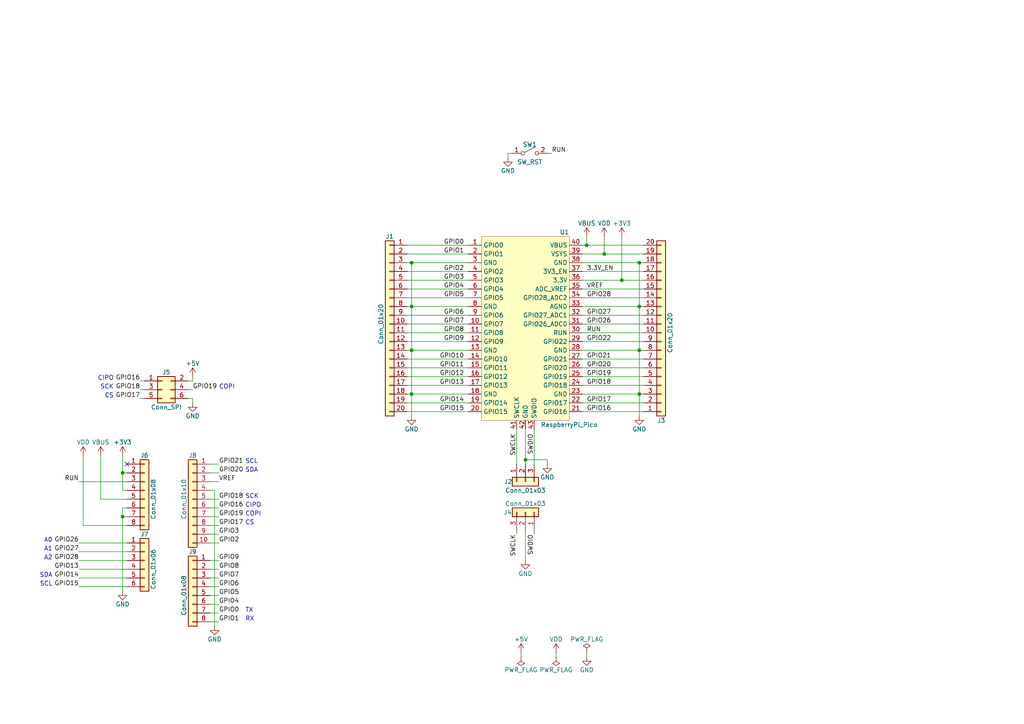
<source format=kicad_sch>
(kicad_sch (version 20230121) (generator eeschema)
  (paper "A4")
  (lib_symbols
    (symbol "Connector_Generic:Conn_01x03" (pin_names (offset 1.016) hide)
      (property "Reference" "J" (at 0 5.08 0))
      (property "Value" "Conn_01x03" (at 0 -5.08 0))
      (symbol "Conn_01x03_1_1"
        (rectangle (start -1.27 -2.413) (end 0 -2.667) (stroke (width 0.1524)))
        (rectangle (start -1.27 0.127) (end 0 -0.127) (stroke (width 0.1524)))
        (rectangle (start -1.27 2.667) (end 0 2.413) (stroke (width 0.1524)))
        (rectangle (start -1.27 3.81) (end 1.27 -3.81) (stroke (width 0.254)) (fill (type background)))
        (pin passive line (at -5.08 2.54 0) (length 3.81) (name "Pin_1") (number "1"))
        (pin passive line (at -5.08 0 0) (length 3.81) (name "Pin_2") (number "2"))
        (pin passive line (at -5.08 -2.54 0) (length 3.81) (name "Pin_3") (number "3"))
      )
    )
    (symbol "Connector_Generic:Conn_01x06" (pin_names (offset 1.016) hide)
      (property "Reference" "J" (at 0 7.62 0))
      (property "Value" "Conn_01x06" (at 0 -10.16 0))
      (symbol "Conn_01x06_1_1"
        (rectangle (start -1.27 -7.493) (end 0 -7.747) (stroke (width 0.1524)))
        (rectangle (start -1.27 -4.953) (end 0 -5.207) (stroke (width 0.1524)))
        (rectangle (start -1.27 -2.413) (end 0 -2.667) (stroke (width 0.1524)))
        (rectangle (start -1.27 0.127) (end 0 -0.127) (stroke (width 0.1524)))
        (rectangle (start -1.27 2.667) (end 0 2.413) (stroke (width 0.1524)))
        (rectangle (start -1.27 5.207) (end 0 4.953) (stroke (width 0.1524)))
        (rectangle (start -1.27 6.35) (end 1.27 -8.89) (stroke (width 0.254)) (fill (type background)))
        (pin passive line (at -5.08 5.08 0) (length 3.81) (name "Pin_1") (number "1"))
        (pin passive line (at -5.08 2.54 0) (length 3.81) (name "Pin_2") (number "2"))
        (pin passive line (at -5.08 0 0) (length 3.81) (name "Pin_3") (number "3"))
        (pin passive line (at -5.08 -2.54 0) (length 3.81) (name "Pin_4") (number "4"))
        (pin passive line (at -5.08 -5.08 0) (length 3.81) (name "Pin_5") (number "5"))
        (pin passive line (at -5.08 -7.62 0) (length 3.81) (name "Pin_6") (number "6"))
      )
    )
    (symbol "Connector_Generic:Conn_01x08" (pin_names (offset 1.016) hide)
      (property "Reference" "J" (at 0 10.16 0))
      (property "Value" "Conn_01x08" (at 0 -12.7 0))
      (symbol "Conn_01x08_1_1"
        (rectangle (start -1.27 -10.033) (end 0 -10.287) (stroke (width 0.1524)))
        (rectangle (start -1.27 -7.493) (end 0 -7.747) (stroke (width 0.1524)))
        (rectangle (start -1.27 -4.953) (end 0 -5.207) (stroke (width 0.1524)))
        (rectangle (start -1.27 -2.413) (end 0 -2.667) (stroke (width 0.1524)))
        (rectangle (start -1.27 0.127) (end 0 -0.127) (stroke (width 0.1524)))
        (rectangle (start -1.27 2.667) (end 0 2.413) (stroke (width 0.1524)))
        (rectangle (start -1.27 5.207) (end 0 4.953) (stroke (width 0.1524)))
        (rectangle (start -1.27 7.747) (end 0 7.493) (stroke (width 0.1524)))
        (rectangle (start -1.27 8.89) (end 1.27 -11.43) (stroke (width 0.254)) (fill (type background)))
        (pin passive line (at -5.08 7.62 0) (length 3.81) (name "Pin_1") (number "1"))
        (pin passive line (at -5.08 5.08 0) (length 3.81) (name "Pin_2") (number "2"))
        (pin passive line (at -5.08 2.54 0) (length 3.81) (name "Pin_3") (number "3"))
        (pin passive line (at -5.08 0 0) (length 3.81) (name "Pin_4") (number "4"))
        (pin passive line (at -5.08 -2.54 0) (length 3.81) (name "Pin_5") (number "5"))
        (pin passive line (at -5.08 -5.08 0) (length 3.81) (name "Pin_6") (number "6"))
        (pin passive line (at -5.08 -7.62 0) (length 3.81) (name "Pin_7") (number "7"))
        (pin passive line (at -5.08 -10.16 0) (length 3.81) (name "Pin_8") (number "8"))
      )
    )
    (symbol "Connector_Generic:Conn_01x10" (pin_names (offset 1.016) hide)
      (property "Reference" "J" (at 0 12.7 0))
      (property "Value" "Conn_01x10" (at 0 -15.24 0))
      (symbol "Conn_01x10_1_1"
        (rectangle (start -1.27 -12.573) (end 0 -12.827) (stroke (width 0.1524)))
        (rectangle (start -1.27 -10.033) (end 0 -10.287) (stroke (width 0.1524)))
        (rectangle (start -1.27 -7.493) (end 0 -7.747) (stroke (width 0.1524)))
        (rectangle (start -1.27 -4.953) (end 0 -5.207) (stroke (width 0.1524)))
        (rectangle (start -1.27 -2.413) (end 0 -2.667) (stroke (width 0.1524)))
        (rectangle (start -1.27 0.127) (end 0 -0.127) (stroke (width 0.1524)))
        (rectangle (start -1.27 2.667) (end 0 2.413) (stroke (width 0.1524)))
        (rectangle (start -1.27 5.207) (end 0 4.953) (stroke (width 0.1524)))
        (rectangle (start -1.27 7.747) (end 0 7.493) (stroke (width 0.1524)))
        (rectangle (start -1.27 10.287) (end 0 10.033) (stroke (width 0.1524)))
        (rectangle (start -1.27 11.43) (end 1.27 -13.97) (stroke (width 0.254)) (fill (type background)))
        (pin passive line (at -5.08 10.16 0) (length 3.81) (name "Pin_1") (number "1"))
        (pin passive line (at -5.08 -12.7 0) (length 3.81) (name "Pin_10") (number "10"))
        (pin passive line (at -5.08 7.62 0) (length 3.81) (name "Pin_2") (number "2"))
        (pin passive line (at -5.08 5.08 0) (length 3.81) (name "Pin_3") (number "3"))
        (pin passive line (at -5.08 2.54 0) (length 3.81) (name "Pin_4") (number "4"))
        (pin passive line (at -5.08 0 0) (length 3.81) (name "Pin_5") (number "5"))
        (pin passive line (at -5.08 -2.54 0) (length 3.81) (name "Pin_6") (number "6"))
        (pin passive line (at -5.08 -5.08 0) (length 3.81) (name "Pin_7") (number "7"))
        (pin passive line (at -5.08 -7.62 0) (length 3.81) (name "Pin_8") (number "8"))
        (pin passive line (at -5.08 -10.16 0) (length 3.81) (name "Pin_9") (number "9"))
      )
    )
    (symbol "Connector_Generic:Conn_01x20" (pin_names (offset 1.016) hide)
      (property "Reference" "J" (at 0 25.4 0))
      (property "Value" "Conn_01x20" (at 0 -27.94 0))
      (symbol "Conn_01x20_1_1"
        (rectangle (start -1.27 -25.273) (end 0 -25.527) (stroke (width 0.1524)))
        (rectangle (start -1.27 -22.733) (end 0 -22.987) (stroke (width 0.1524)))
        (rectangle (start -1.27 -20.193) (end 0 -20.447) (stroke (width 0.1524)))
        (rectangle (start -1.27 -17.653) (end 0 -17.907) (stroke (width 0.1524)))
        (rectangle (start -1.27 -15.113) (end 0 -15.367) (stroke (width 0.1524)))
        (rectangle (start -1.27 -12.573) (end 0 -12.827) (stroke (width 0.1524)))
        (rectangle (start -1.27 -10.033) (end 0 -10.287) (stroke (width 0.1524)))
        (rectangle (start -1.27 -7.493) (end 0 -7.747) (stroke (width 0.1524)))
        (rectangle (start -1.27 -4.953) (end 0 -5.207) (stroke (width 0.1524)))
        (rectangle (start -1.27 -2.413) (end 0 -2.667) (stroke (width 0.1524)))
        (rectangle (start -1.27 0.127) (end 0 -0.127) (stroke (width 0.1524)))
        (rectangle (start -1.27 2.667) (end 0 2.413) (stroke (width 0.1524)))
        (rectangle (start -1.27 5.207) (end 0 4.953) (stroke (width 0.1524)))
        (rectangle (start -1.27 7.747) (end 0 7.493) (stroke (width 0.1524)))
        (rectangle (start -1.27 10.287) (end 0 10.033) (stroke (width 0.1524)))
        (rectangle (start -1.27 12.827) (end 0 12.573) (stroke (width 0.1524)))
        (rectangle (start -1.27 15.367) (end 0 15.113) (stroke (width 0.1524)))
        (rectangle (start -1.27 17.907) (end 0 17.653) (stroke (width 0.1524)))
        (rectangle (start -1.27 20.447) (end 0 20.193) (stroke (width 0.1524)))
        (rectangle (start -1.27 22.987) (end 0 22.733) (stroke (width 0.1524)))
        (rectangle (start -1.27 24.13) (end 1.27 -26.67) (stroke (width 0.254)) (fill (type background)))
        (pin passive line (at -5.08 22.86 0) (length 3.81) (name "Pin_1") (number "1"))
        (pin passive line (at -5.08 0 0) (length 3.81) (name "Pin_10") (number "10"))
        (pin passive line (at -5.08 -2.54 0) (length 3.81) (name "Pin_11") (number "11"))
        (pin passive line (at -5.08 -5.08 0) (length 3.81) (name "Pin_12") (number "12"))
        (pin passive line (at -5.08 -7.62 0) (length 3.81) (name "Pin_13") (number "13"))
        (pin passive line (at -5.08 -10.16 0) (length 3.81) (name "Pin_14") (number "14"))
        (pin passive line (at -5.08 -12.7 0) (length 3.81) (name "Pin_15") (number "15"))
        (pin passive line (at -5.08 -15.24 0) (length 3.81) (name "Pin_16") (number "16"))
        (pin passive line (at -5.08 -17.78 0) (length 3.81) (name "Pin_17") (number "17"))
        (pin passive line (at -5.08 -20.32 0) (length 3.81) (name "Pin_18") (number "18"))
        (pin passive line (at -5.08 -22.86 0) (length 3.81) (name "Pin_19") (number "19"))
        (pin passive line (at -5.08 20.32 0) (length 3.81) (name "Pin_2") (number "2"))
        (pin passive line (at -5.08 -25.4 0) (length 3.81) (name "Pin_20") (number "20"))
        (pin passive line (at -5.08 17.78 0) (length 3.81) (name "Pin_3") (number "3"))
        (pin passive line (at -5.08 15.24 0) (length 3.81) (name "Pin_4") (number "4"))
        (pin passive line (at -5.08 12.7 0) (length 3.81) (name "Pin_5") (number "5"))
        (pin passive line (at -5.08 10.16 0) (length 3.81) (name "Pin_6") (number "6"))
        (pin passive line (at -5.08 7.62 0) (length 3.81) (name "Pin_7") (number "7"))
        (pin passive line (at -5.08 5.08 0) (length 3.81) (name "Pin_8") (number "8"))
        (pin passive line (at -5.08 2.54 0) (length 3.81) (name "Pin_9") (number "9"))
      )
    )
    (symbol "Connector_Generic:Conn_02x03_Odd_Even" (pin_names (offset 1.016) hide)
      (property "Reference" "J" (at 1.27 5.08 0))
      (property "Value" "Conn_02x03_Odd_Even" (at 1.27 -5.08 0))
      (symbol "Conn_02x03_Odd_Even_1_1"
        (rectangle (start -1.27 -2.413) (end 0 -2.667) (stroke (width 0.1524)))
        (rectangle (start -1.27 0.127) (end 0 -0.127) (stroke (width 0.1524)))
        (rectangle (start -1.27 2.667) (end 0 2.413) (stroke (width 0.1524)))
        (rectangle (start -1.27 3.81) (end 3.81 -3.81) (stroke (width 0.254)) (fill (type background)))
        (rectangle (start 3.81 -2.413) (end 2.54 -2.667) (stroke (width 0.1524)))
        (rectangle (start 3.81 0.127) (end 2.54 -0.127) (stroke (width 0.1524)))
        (rectangle (start 3.81 2.667) (end 2.54 2.413) (stroke (width 0.1524)))
        (pin passive line (at -5.08 2.54 0) (length 3.81) (name "Pin_1") (number "1"))
        (pin passive line (at 7.62 2.54 180) (length 3.81) (name "Pin_2") (number "2"))
        (pin passive line (at -5.08 0 0) (length 3.81) (name "Pin_3") (number "3"))
        (pin passive line (at 7.62 0 180) (length 3.81) (name "Pin_4") (number "4"))
        (pin passive line (at -5.08 -2.54 0) (length 3.81) (name "Pin_5") (number "5"))
        (pin passive line (at 7.62 -2.54 180) (length 3.81) (name "Pin_6") (number "6"))
      )
    )
    (symbol "MCU_Module_Extra:RaspberryPi_Pico"
      (property "Reference" "U" (at 11.43 26.67 0))
      (property "Value" "RaspberryPi_Pico" (at 11.43 -29.21 0))
      (symbol "RaspberryPi_Pico_0_0"
        (pin input line (at -2.54 -30.48 90) (length 2.54) (name "SWCLK") (number "41"))
        (pin power_in line (at 0 -30.48 90) (length 2.54) (name "GND") (number "42"))
        (pin bidirectional line (at 2.54 -30.48 90) (length 2.54) (name "SWDIO") (number "43"))
      )
      (symbol "RaspberryPi_Pico_0_1"
        (rectangle (start -12.7 25.4) (end 12.7 -27.94) (stroke (width 0.0005)) (fill (type background)))
      )
      (symbol "RaspberryPi_Pico_1_1"
        (pin bidirectional line (at -16.51 22.86 0) (length 3.81) (name "GPIO0") (number "1"))
        (pin bidirectional line (at -16.51 0 0) (length 3.81) (name "GPIO7") (number "10"))
        (pin bidirectional line (at -16.51 -2.54 0) (length 3.81) (name "GPIO8") (number "11"))
        (pin bidirectional line (at -16.51 -5.08 0) (length 3.81) (name "GPIO9") (number "12"))
        (pin power_in line (at -16.51 -7.62 0) (length 3.81) (name "GND") (number "13"))
        (pin bidirectional line (at -16.51 -10.16 0) (length 3.81) (name "GPIO10") (number "14"))
        (pin bidirectional line (at -16.51 -12.7 0) (length 3.81) (name "GPIO11") (number "15"))
        (pin bidirectional line (at -16.51 -15.24 0) (length 3.81) (name "GPIO12") (number "16"))
        (pin bidirectional line (at -16.51 -17.78 0) (length 3.81) (name "GPIO13") (number "17"))
        (pin power_in line (at -16.51 -20.32 0) (length 3.81) (name "GND") (number "18"))
        (pin bidirectional line (at -16.51 -22.86 0) (length 3.81) (name "GPIO14") (number "19"))
        (pin bidirectional line (at -16.51 20.32 0) (length 3.81) (name "GPIO1") (number "2"))
        (pin bidirectional line (at -16.51 -25.4 0) (length 3.81) (name "GPIO15") (number "20"))
        (pin bidirectional line (at 16.51 -25.4 180) (length 3.81) (name "GPIO16") (number "21"))
        (pin bidirectional line (at 16.51 -22.86 180) (length 3.81) (name "GPIO17") (number "22"))
        (pin power_in line (at 16.51 -20.32 180) (length 3.81) (name "GND") (number "23"))
        (pin bidirectional line (at 16.51 -17.78 180) (length 3.81) (name "GPIO18") (number "24"))
        (pin bidirectional line (at 16.51 -15.24 180) (length 3.81) (name "GPIO19") (number "25"))
        (pin bidirectional line (at 16.51 -12.7 180) (length 3.81) (name "GPIO20") (number "26"))
        (pin bidirectional line (at 16.51 -10.16 180) (length 3.81) (name "GPIO21") (number "27"))
        (pin power_in line (at 16.51 -7.62 180) (length 3.81) (name "GND") (number "28"))
        (pin bidirectional line (at 16.51 -5.08 180) (length 3.81) (name "GPIO22") (number "29"))
        (pin power_in line (at -16.51 17.78 0) (length 3.81) (name "GND") (number "3"))
        (pin input line (at 16.51 -2.54 180) (length 3.81) (name "RUN") (number "30"))
        (pin bidirectional line (at 16.51 0 180) (length 3.81) (name "GPIO26_ADC0") (number "31"))
        (pin bidirectional line (at 16.51 2.54 180) (length 3.81) (name "GPIO27_ADC1") (number "32"))
        (pin power_in line (at 16.51 5.08 180) (length 3.81) (name "AGND") (number "33"))
        (pin bidirectional line (at 16.51 7.62 180) (length 3.81) (name "GPIO28_ADC2") (number "34"))
        (pin bidirectional line (at 16.51 10.16 180) (length 3.81) (name "ADC_VREF") (number "35"))
        (pin power_out line (at 16.51 12.7 180) (length 3.81) (name "3.3V") (number "36"))
        (pin input line (at 16.51 15.24 180) (length 3.81) (name "3V3_EN") (number "37"))
        (pin power_in line (at 16.51 17.78 180) (length 3.81) (name "GND") (number "38"))
        (pin power_in line (at 16.51 20.32 180) (length 3.81) (name "VSYS") (number "39"))
        (pin bidirectional line (at -16.51 15.24 0) (length 3.81) (name "GPIO2") (number "4"))
        (pin power_out line (at 16.51 22.86 180) (length 3.81) (name "VBUS") (number "40"))
        (pin bidirectional line (at -16.51 12.7 0) (length 3.81) (name "GPIO3") (number "5"))
        (pin bidirectional line (at -16.51 10.16 0) (length 3.81) (name "GPIO4") (number "6"))
        (pin bidirectional line (at -16.51 7.62 0) (length 3.81) (name "GPIO5") (number "7"))
        (pin power_in line (at -16.51 5.08 0) (length 3.81) (name "GND") (number "8"))
        (pin bidirectional line (at -16.51 2.54 0) (length 3.81) (name "GPIO6") (number "9"))
      )
    )
    (symbol "Switch:SW_SPST" (pin_names (offset 0) hide)
      (property "Reference" "SW" (at 0 3.175 0))
      (property "Value" "SW_SPST" (at 0 -2.54 0))
      (symbol "SW_SPST_0_0"
        (circle (center -2.032 0) (radius 0.508))
        (polyline (pts (xy -1.524 0.254) (xy 1.524 1.778)))
        (circle (center 2.032 0) (radius 0.508))
      )
      (symbol "SW_SPST_1_1"
        (pin passive line (at -5.08 0 0) (length 2.54) (name "A") (number "1"))
        (pin passive line (at 5.08 0 180) (length 2.54) (name "B") (number "2"))
      )
    )
    (symbol "power:+3.3V" (power) (pin_names (offset 0))
      (property "Value" "+3.3V" (at 0 3.556 0))
      (symbol "+3.3V_0_1"
        (polyline (pts (xy -0.762 1.27) (xy 0 2.54)))
        (polyline (pts (xy 0 0) (xy 0 2.54)))
        (polyline (pts (xy 0 2.54) (xy 0.762 1.27)))
      )
      (symbol "+3.3V_1_1"
        (pin power_in line (at 0 0 90) (length 0) hide (name "+3V3") (number "1"))
      )
    )
    (symbol "power:+5V" (power) (pin_names (offset 0))
      (property "Value" "+5V" (at 0 3.556 0))
      (symbol "+5V_0_1"
        (polyline (pts (xy -0.762 1.27) (xy 0 2.54)))
        (polyline (pts (xy 0 0) (xy 0 2.54)))
        (polyline (pts (xy 0 2.54) (xy 0.762 1.27)))
      )
      (symbol "+5V_1_1"
        (pin power_in line (at 0 0 90) (length 0) hide (name "+5V") (number "1"))
      )
    )
    (symbol "power:GND" (power) (pin_names (offset 0))
      (property "Value" "GND" (at 0 -3.81 0))
      (symbol "GND_0_1"
        (polyline (pts (xy 0 0) (xy 0 -1.27) (xy 1.27 -1.27) (xy 0 -2.54) (xy -1.27 -1.27) (xy 0 -1.27)))
      )
      (symbol "GND_1_1"
        (pin power_in line (at 0 0 270) (length 0) hide (name "GND") (number "1"))
      )
    )
    (symbol "power:PWR_FLAG" (power) (pin_numbers hide) (pin_names (offset 0) hide)
      (property "Value" "PWR_FLAG" (at 0 3.81 0))
      (symbol "PWR_FLAG_0_0"
        (pin power_out line (at 0 0 90) (length 0) (name "pwr") (number "1"))
      )
      (symbol "PWR_FLAG_0_1"
        (polyline (pts (xy 0 0) (xy 0 1.27) (xy -1.016 1.905) (xy 0 2.54) (xy 1.016 1.905) (xy 0 1.27)))
      )
    )
    (symbol "power:VBUS" (power) (pin_names (offset 0))
      (property "Value" "VBUS" (at 0 3.81 0))
      (symbol "VBUS_0_1"
        (polyline (pts (xy -0.762 1.27) (xy 0 2.54)))
        (polyline (pts (xy 0 0) (xy 0 2.54)))
        (polyline (pts (xy 0 2.54) (xy 0.762 1.27)))
      )
      (symbol "VBUS_1_1"
        (pin power_in line (at 0 0 90) (length 0) hide (name "VBUS") (number "1"))
      )
    )
    (symbol "power:VDD" (power) (pin_names (offset 0))
      (property "Value" "VDD" (at 0 3.81 0))
      (symbol "VDD_0_1"
        (polyline (pts (xy -0.762 1.27) (xy 0 2.54)))
        (polyline (pts (xy 0 0) (xy 0 2.54)))
        (polyline (pts (xy 0 2.54) (xy 0.762 1.27)))
      )
      (symbol "VDD_1_1"
        (pin power_in line (at 0 0 90) (length 0) hide (name "VDD") (number "1"))
      )
    )
  )
  (junction (at 35.56 149.86))
  (junction (at 185.42 76.2))
  (junction (at 152.4 133.35))
  (junction (at 175.26 73.66))
  (junction (at 35.56 137.16))
  (junction (at 119.38 101.6))
  (junction (at 119.38 88.9))
  (junction (at 119.38 76.2))
  (junction (at 185.42 101.6))
  (junction (at 185.42 88.9))
  (junction (at 170.18 71.12))
  (junction (at 180.34 81.28))
  (junction (at 185.42 114.3))
  (junction (at 119.38 114.3))
  (no_connect (at 36.83 134.62))
  (wire (pts (xy 40.64 115.57) (xy 41.91 115.57)))
  (wire (pts (xy 161.29 189.23) (xy 161.29 190.5)))
  (wire (pts (xy 119.38 88.9) (xy 135.89 88.9)))
  (wire (pts (xy 118.11 88.9) (xy 119.38 88.9)))
  (wire (pts (xy 40.64 113.03) (xy 41.91 113.03)))
  (wire (pts (xy 147.32 44.45) (xy 147.32 45.72)))
  (wire (pts (xy 118.11 76.2) (xy 119.38 76.2)))
  (wire (pts (xy 22.86 167.64) (xy 36.83 167.64)))
  (wire (pts (xy 119.38 101.6) (xy 135.89 101.6)))
  (wire (pts (xy 22.86 139.7) (xy 36.83 139.7)))
  (wire (pts (xy 60.96 154.94) (xy 63.5 154.94)))
  (wire (pts (xy 168.91 114.3) (xy 185.42 114.3)))
  (wire (pts (xy 55.88 115.57) (xy 55.88 116.84)))
  (wire (pts (xy 118.11 71.12) (xy 135.89 71.12)))
  (wire (pts (xy 29.21 132.08) (xy 29.21 144.78)))
  (wire (pts (xy 60.96 147.32) (xy 63.5 147.32)))
  (wire (pts (xy 185.42 101.6) (xy 186.69 101.6)))
  (wire (pts (xy 118.11 78.74) (xy 135.89 78.74)))
  (wire (pts (xy 118.11 104.14) (xy 135.89 104.14)))
  (wire (pts (xy 180.34 68.58) (xy 180.34 81.28)))
  (wire (pts (xy 22.86 157.48) (xy 36.83 157.48)))
  (wire (pts (xy 60.96 175.26) (xy 63.5 175.26)))
  (wire (pts (xy 22.86 160.02) (xy 36.83 160.02)))
  (wire (pts (xy 60.96 167.64) (xy 63.5 167.64)))
  (wire (pts (xy 118.11 91.44) (xy 135.89 91.44)))
  (wire (pts (xy 168.91 83.82) (xy 186.69 83.82)))
  (wire (pts (xy 60.96 152.4) (xy 63.5 152.4)))
  (wire (pts (xy 40.64 110.49) (xy 41.91 110.49)))
  (wire (pts (xy 168.91 109.22) (xy 186.69 109.22)))
  (wire (pts (xy 168.91 104.14) (xy 186.69 104.14)))
  (wire (pts (xy 148.59 44.45) (xy 147.32 44.45)))
  (wire (pts (xy 24.13 152.4) (xy 36.83 152.4)))
  (wire (pts (xy 60.96 172.72) (xy 63.5 172.72)))
  (wire (pts (xy 29.21 144.78) (xy 36.83 144.78)))
  (wire (pts (xy 54.61 110.49) (xy 55.88 110.49)))
  (wire (pts (xy 118.11 81.28) (xy 135.89 81.28)))
  (wire (pts (xy 168.91 71.12) (xy 170.18 71.12)))
  (wire (pts (xy 60.96 149.86) (xy 63.5 149.86)))
  (wire (pts (xy 55.88 109.22) (xy 55.88 110.49)))
  (wire (pts (xy 118.11 93.98) (xy 135.89 93.98)))
  (wire (pts (xy 118.11 114.3) (xy 119.38 114.3)))
  (wire (pts (xy 149.86 153.67) (xy 149.86 154.94)))
  (wire (pts (xy 168.91 78.74) (xy 186.69 78.74)))
  (wire (pts (xy 168.91 81.28) (xy 180.34 81.28)))
  (wire (pts (xy 158.75 134.62) (xy 158.75 133.35)))
  (wire (pts (xy 154.94 124.46) (xy 154.94 134.62)))
  (wire (pts (xy 54.61 115.57) (xy 55.88 115.57)))
  (wire (pts (xy 35.56 149.86) (xy 35.56 171.45)))
  (wire (pts (xy 62.23 142.24) (xy 62.23 181.61)))
  (wire (pts (xy 36.83 149.86) (xy 35.56 149.86)))
  (wire (pts (xy 60.96 165.1) (xy 63.5 165.1)))
  (wire (pts (xy 35.56 147.32) (xy 36.83 147.32)))
  (wire (pts (xy 60.96 157.48) (xy 63.5 157.48)))
  (wire (pts (xy 149.86 124.46) (xy 149.86 134.62)))
  (wire (pts (xy 185.42 88.9) (xy 186.69 88.9)))
  (wire (pts (xy 151.13 189.23) (xy 151.13 190.5)))
  (wire (pts (xy 152.4 133.35) (xy 158.75 133.35)))
  (wire (pts (xy 36.83 137.16) (xy 35.56 137.16)))
  (wire (pts (xy 60.96 137.16) (xy 63.5 137.16)))
  (wire (pts (xy 185.42 88.9) (xy 185.42 101.6)))
  (wire (pts (xy 168.91 116.84) (xy 186.69 116.84)))
  (wire (pts (xy 170.18 71.12) (xy 186.69 71.12)))
  (wire (pts (xy 168.91 88.9) (xy 185.42 88.9)))
  (wire (pts (xy 60.96 162.56) (xy 63.5 162.56)))
  (wire (pts (xy 152.4 153.67) (xy 152.4 162.56)))
  (wire (pts (xy 168.91 96.52) (xy 186.69 96.52)))
  (wire (pts (xy 168.91 73.66) (xy 175.26 73.66)))
  (wire (pts (xy 168.91 101.6) (xy 185.42 101.6)))
  (wire (pts (xy 168.91 91.44) (xy 186.69 91.44)))
  (wire (pts (xy 118.11 96.52) (xy 135.89 96.52)))
  (wire (pts (xy 60.96 139.7) (xy 63.5 139.7)))
  (wire (pts (xy 118.11 86.36) (xy 135.89 86.36)))
  (wire (pts (xy 119.38 114.3) (xy 135.89 114.3)))
  (wire (pts (xy 118.11 116.84) (xy 135.89 116.84)))
  (wire (pts (xy 35.56 149.86) (xy 35.56 147.32)))
  (wire (pts (xy 185.42 76.2) (xy 186.69 76.2)))
  (wire (pts (xy 36.83 142.24) (xy 35.56 142.24)))
  (wire (pts (xy 119.38 88.9) (xy 119.38 101.6)))
  (wire (pts (xy 168.91 93.98) (xy 186.69 93.98)))
  (wire (pts (xy 168.91 106.68) (xy 186.69 106.68)))
  (wire (pts (xy 168.91 111.76) (xy 186.69 111.76)))
  (wire (pts (xy 185.42 114.3) (xy 186.69 114.3)))
  (wire (pts (xy 60.96 142.24) (xy 62.23 142.24)))
  (wire (pts (xy 152.4 133.35) (xy 152.4 134.62)))
  (wire (pts (xy 22.86 162.56) (xy 36.83 162.56)))
  (wire (pts (xy 118.11 109.22) (xy 135.89 109.22)))
  (wire (pts (xy 22.86 165.1) (xy 36.83 165.1)))
  (wire (pts (xy 60.96 177.8) (xy 63.5 177.8)))
  (wire (pts (xy 168.91 119.38) (xy 186.69 119.38)))
  (wire (pts (xy 119.38 114.3) (xy 119.38 120.65)))
  (wire (pts (xy 118.11 119.38) (xy 135.89 119.38)))
  (wire (pts (xy 60.96 180.34) (xy 63.5 180.34)))
  (wire (pts (xy 168.91 86.36) (xy 186.69 86.36)))
  (wire (pts (xy 175.26 68.58) (xy 175.26 73.66)))
  (wire (pts (xy 175.26 73.66) (xy 186.69 73.66)))
  (wire (pts (xy 119.38 76.2) (xy 135.89 76.2)))
  (wire (pts (xy 60.96 144.78) (xy 63.5 144.78)))
  (wire (pts (xy 118.11 73.66) (xy 135.89 73.66)))
  (wire (pts (xy 168.91 76.2) (xy 185.42 76.2)))
  (wire (pts (xy 152.4 124.46) (xy 152.4 133.35)))
  (wire (pts (xy 170.18 68.58) (xy 170.18 71.12)))
  (wire (pts (xy 24.13 152.4) (xy 24.13 132.08)))
  (wire (pts (xy 22.86 170.18) (xy 36.83 170.18)))
  (wire (pts (xy 35.56 132.08) (xy 35.56 137.16)))
  (wire (pts (xy 35.56 142.24) (xy 35.56 137.16)))
  (wire (pts (xy 170.18 189.23) (xy 170.18 190.5)))
  (wire (pts (xy 154.94 153.67) (xy 154.94 154.94)))
  (wire (pts (xy 118.11 83.82) (xy 135.89 83.82)))
  (wire (pts (xy 118.11 99.06) (xy 135.89 99.06)))
  (wire (pts (xy 185.42 101.6) (xy 185.42 114.3)))
  (wire (pts (xy 185.42 114.3) (xy 185.42 120.65)))
  (wire (pts (xy 54.61 113.03) (xy 55.88 113.03)))
  (wire (pts (xy 118.11 101.6) (xy 119.38 101.6)))
  (wire (pts (xy 119.38 101.6) (xy 119.38 114.3)))
  (wire (pts (xy 60.96 170.18) (xy 63.5 170.18)))
  (wire (pts (xy 118.11 111.76) (xy 135.89 111.76)))
  (wire (pts (xy 118.11 106.68) (xy 135.89 106.68)))
  (wire (pts (xy 119.38 76.2) (xy 119.38 88.9)))
  (wire (pts (xy 60.96 134.62) (xy 63.5 134.62)))
  (wire (pts (xy 158.75 44.45) (xy 160.02 44.45)))
  (wire (pts (xy 180.34 81.28) (xy 186.69 81.28)))
  (wire (pts (xy 185.42 76.2) (xy 185.42 88.9)))
  (wire (pts (xy 168.91 99.06) (xy 186.69 99.06)))
  (text "TX" (at 71.12 177.8 0) (effects (font (size 1.27 1.27)) (justify left bottom)))
  (text "COPI" (at 71.12 149.86 0) (effects (font (size 1.27 1.27)) (justify left bottom)))
  (text "RX" (at 71.12 180.34 0) (effects (font (size 1.27 1.27)) (justify left bottom)))
  (text "SDA" (at 15.24 167.64 0) (effects (font (size 1.27 1.27)) (justify right bottom)))
  (text "CS" (at 71.12 152.4 0) (effects (font (size 1.27 1.27)) (justify left bottom)))
  (text "SCK" (at 71.12 144.78 0) (effects (font (size 1.27 1.27)) (justify left bottom)))
  (text "CIPO" (at 71.12 147.32 0) (effects (font (size 1.27 1.27)) (justify left bottom)))
  (text "CIPO" (at 33.02 110.49 0) (effects (font (size 1.27 1.27)) (justify right bottom)))
  (text "COPI" (at 63.5 113.03 0) (effects (font (size 1.27 1.27)) (justify left bottom)))
  (text "SCL" (at 71.12 134.62 0) (effects (font (size 1.27 1.27)) (justify left bottom)))
  (text "A1" (at 15.24 160.02 0) (effects (font (size 1.27 1.27)) (justify right bottom)))
  (text "SCK" (at 33.02 113.03 0) (effects (font (size 1.27 1.27)) (justify right bottom)))
  (text "SDA" (at 71.12 137.16 0) (effects (font (size 1.27 1.27)) (justify left bottom)))
  (text "A0" (at 15.24 157.48 0) (effects (font (size 1.27 1.27)) (justify right bottom)))
  (text "A2" (at 15.24 162.56 0) (effects (font (size 1.27 1.27)) (justify right bottom)))
  (text "CS" (at 33.02 115.57 0) (effects (font (size 1.27 1.27)) (justify right bottom)))
  (text "SCL" (at 15.24 170.18 0) (effects (font (size 1.27 1.27)) (justify right bottom)))
  (label "GPIO1" (at 63.5 180.34 0))
  (label "RUN" (at 170.18 96.52 0))
  (label "SWCLK" (at 149.86 125.73 90))
  (label "GPIO15" (at 134.62 119.38 0))
  (label "GPIO26" (at 22.86 157.48 180))
  (label "GPIO18" (at 63.5 144.78 0))
  (label "GPIO27" (at 22.86 160.02 180))
  (label "SWDIO" (at 154.94 125.73 90))
  (label "GPIO3" (at 134.62 81.28 0))
  (label "GPIO20" (at 63.5 137.16 0))
  (label "GPIO18" (at 40.64 113.03 180))
  (label "GPIO11" (at 134.62 106.68 0))
  (label "SWDIO" (at 154.94 154.94 90))
  (label "GPIO15" (at 22.86 170.18 0))
  (label "GPIO16" (at 170.18 119.38 0))
  (label "GPIO14" (at 22.86 167.64 0))
  (label "GPIO17" (at 40.64 115.57 180))
  (label "GPIO10" (at 134.62 104.14 0))
  (label "GPIO5" (at 63.5 172.72 0))
  (label "GPIO4" (at 63.5 175.26 0))
  (label "RUN" (at 160.02 44.45 0))
  (label "GPIO8" (at 134.62 96.52 0))
  (label "GPIO8" (at 63.5 165.1 0))
  (label "GPIO2" (at 63.5 157.48 0))
  (label "GPIO3" (at 63.5 154.94 0))
  (label "GPIO14" (at 134.62 116.84 0))
  (label "GPIO4" (at 134.62 83.82 0))
  (label "GPIO21" (at 63.5 134.62 0))
  (label "GPIO19" (at 55.88 113.03 0))
  (label "GPIO6" (at 63.5 170.18 0))
  (label "RUN" (at 22.86 139.7 180))
  (label "GPIO0" (at 63.5 177.8 0))
  (label "GPIO12" (at 134.62 109.22 0))
  (label "SWCLK" (at 149.86 154.94 90))
  (label "GPIO0" (at 134.62 71.12 0))
  (label "GPIO16" (at 63.5 147.32 0))
  (label "GPIO28" (at 22.86 162.56 180))
  (label "GPIO19" (at 170.18 109.22 0))
  (label "GPIO6" (at 134.62 91.44 0))
  (label "GPIO27" (at 170.18 91.44 0))
  (label "GPIO26" (at 170.18 93.98 0))
  (label "GPIO7" (at 63.5 167.64 0))
  (label "GPIO17" (at 170.18 116.84 0))
  (label "GPIO17" (at 63.5 152.4 0))
  (label "GPIO9" (at 63.5 162.56 0))
  (label "GPIO22" (at 170.18 99.06 0))
  (label "GPIO9" (at 134.62 99.06 0))
  (label "VREF" (at 63.5 139.7 0))
  (label "3.3V_EN" (at 170.18 78.74 0))
  (label "GPIO13" (at 134.62 111.76 0))
  (label "GPIO18" (at 170.18 111.76 0))
  (label "GPIO20" (at 170.18 106.68 0))
  (label "GPIO16" (at 40.64 110.49 180))
  (label "GPIO13" (at 22.86 165.1 0))
  (label "GPIO19" (at 63.5 149.86 0))
  (label "GPIO5" (at 134.62 86.36 0))
  (label "GPIO21" (at 170.18 104.14 0))
  (label "GPIO1" (at 134.62 73.66 0))
  (label "GPIO7" (at 134.62 93.98 0))
  (label "GPIO28" (at 170.18 86.36 0))
  (label "GPIO2" (at 134.62 78.74 0))
  (label "VREF" (at 170.18 83.82 0))
  (symbol (lib_id "Connector_Generic:Conn_01x03") (at 152.4 139.7 90) (mirror x) (unit 1)
    (property "Reference" "J2" (at 148.59 139.7 90) (effects (justify left)))
    (property "Value" "Conn_01x03" (at 152.4 142.24 90))
    (property "Footprint" "FlexyPin:FlexyPin_1x03_P2.54mm" (effects hide))
  )
  (symbol (lib_id "Connector_Generic:Conn_01x03") (at 152.4 148.59 270) (mirror x) (unit 1)
    (property "Reference" "J4" (at 146.05 148.59 90) (effects (justify left)))
    (property "Value" "Conn_01x03" (at 152.4 146.05 90))
    (property "Footprint" "Connector_PinHeader_2.54mm:PinHeader_1x03_P2.54mm_Horizontal" (effects hide))
  )
  (symbol (lib_id "power:VDD") (at 24.13 132.08 0) (unit 1)
    (property "Reference" "#PWR0101" (effects hide))
    (property "Value" "VDD" (at 24.13 128.27 0))
  )
  (symbol (lib_id "Connector_Generic:Conn_01x20") (at 191.77 96.52 0) (mirror x) (unit 1)
    (property "Reference" "J3" (at 191.77 121.92 0))
    (property "Value" "Conn_01x20" (at 194.31 96.52 90))
    (property "Footprint" "FlexyPin:FlexyPin_1x20_P2.54mm" (effects hide))
  )
  (symbol (lib_id "power:GND") (at 62.23 181.61 0) (unit 1)
    (property "Reference" "#PWR0105" (effects hide))
    (property "Value" "GND" (at 62.23 185.42 0))
  )
  (symbol (lib_id "power:GND") (at 55.88 116.84 0) (unit 1)
    (property "Reference" "#PWR0109" (effects hide))
    (property "Value" "GND" (at 55.88 120.65 0))
  )
  (symbol (lib_id "power:PWR_FLAG") (at 170.18 189.23 0) (unit 1)
    (property "Reference" "#FLG0102" (effects hide))
    (property "Value" "PWR_FLAG" (at 170.18 185.42 0))
  )
  (symbol (lib_id "power:PWR_FLAG") (at 151.13 190.5 180) (unit 1)
    (property "Reference" "#FLG0103" (effects hide))
    (property "Value" "PWR_FLAG" (at 151.13 194.31 0))
  )
  (symbol (lib_id "power:VBUS") (at 29.21 132.08 0) (unit 1)
    (property "Reference" "#PWR0107" (effects hide))
    (property "Value" "VBUS" (at 29.21 128.27 0))
  )
  (symbol (lib_id "power:GND") (at 185.42 120.65 0) (unit 1)
    (property "Reference" "#PWR06" (effects hide))
    (property "Value" "GND" (at 185.42 124.46 0))
  )
  (symbol (lib_id "power:VDD") (at 175.26 68.58 0) (unit 1)
    (property "Reference" "#PWR04" (effects hide))
    (property "Value" "VDD" (at 175.26 64.77 0))
  )
  (symbol (lib_id "MCU_Module_Extra:RaspberryPi_Pico") (at 152.4 93.98 0) (unit 1)
    (property "Reference" "U1" (at 165.1 67.31 0) (effects (justify right)))
    (property "Value" "RaspberryPi_Pico" (at 165.1 123.19 0))
    (property "Footprint" "Module_Extra:RaspberryPi_Pico" (effects hide))
    (property "Datasheet" "https://datasheets.raspberrypi.org/pico/pico-datasheet.pdf" (effects hide))
  )
  (symbol (lib_id "power:+3.3V") (at 180.34 68.58 0) (unit 1)
    (property "Reference" "#PWR05" (effects hide))
    (property "Value" "+3.3V" (at 180.34 64.77 0))
  )
  (symbol (lib_id "power:GND") (at 152.4 162.56 0) (unit 1)
    (property "Reference" "#PWR0102" (effects hide))
    (property "Value" "GND" (at 152.4 166.37 0))
  )
  (symbol (lib_id "power:GND") (at 119.38 120.65 0) (unit 1)
    (property "Reference" "#PWR01" (effects hide))
    (property "Value" "GND" (at 119.38 124.46 0))
  )
  (symbol (lib_id "power:VBUS") (at 170.18 68.58 0) (unit 1)
    (property "Reference" "#PWR03" (effects hide))
    (property "Value" "VBUS" (at 170.18 64.77 0))
  )
  (symbol (lib_id "power:+5V") (at 55.88 109.22 0) (unit 1)
    (property "Reference" "#PWR0110" (effects hide))
    (property "Value" "+5V" (at 55.88 105.41 0))
  )
  (symbol (lib_id "Switch:SW_SPST") (at 153.67 44.45 0) (unit 1)
    (property "Reference" "SW1" (at 153.67 41.91 0))
    (property "Value" "SW_RST" (at 153.67 46.99 0))
    (property "Footprint" "Button_Switch_THT:SW_PUSH_6mm" (effects hide))
  )
  (symbol (lib_id "Connector_Generic:Conn_01x10") (at 55.88 144.78 0) (mirror y) (unit 1)
    (property "Reference" "J8" (at 55.88 132.08 0))
    (property "Value" "Conn_01x10" (at 53.34 144.78 90))
    (property "Footprint" "Connector_PinSocket_2.54mm:PinSocket_1x10_P2.54mm_Vertical" (effects hide))
  )
  (symbol (lib_id "Connector_Generic:Conn_01x06") (at 41.91 162.56 0) (unit 1)
    (property "Reference" "J7" (at 41.91 154.94 0))
    (property "Value" "Conn_01x06" (at 44.45 165.1 90))
    (property "Footprint" "Connector_PinSocket_2.54mm:PinSocket_1x06_P2.54mm_Vertical" (effects hide))
  )
  (symbol (lib_id "power:GND") (at 35.56 171.45 0) (unit 1)
    (property "Reference" "#PWR0104" (effects hide))
    (property "Value" "GND" (at 35.56 175.26 0))
  )
  (symbol (lib_id "power:+3.3V") (at 35.56 132.08 0) (unit 1)
    (property "Reference" "#PWR0106" (effects hide))
    (property "Value" "+3.3V" (at 35.56 128.27 0))
  )
  (symbol (lib_id "power:VDD") (at 161.29 189.23 0) (unit 1)
    (property "Reference" "#PWR0108" (effects hide))
    (property "Value" "VDD" (at 161.29 185.42 0))
  )
  (symbol (lib_id "Connector_Generic:Conn_01x08") (at 41.91 142.24 0) (unit 1)
    (property "Reference" "J6" (at 41.91 132.08 0))
    (property "Value" "Conn_01x08" (at 44.45 144.78 90))
    (property "Footprint" "Connector_PinSocket_2.54mm:PinSocket_1x08_P2.54mm_Vertical" (effects hide))
  )
  (symbol (lib_id "power:PWR_FLAG") (at 161.29 190.5 180) (unit 1)
    (property "Reference" "#FLG0101" (effects hide))
    (property "Value" "PWR_FLAG" (at 161.29 194.31 0))
  )
  (symbol (lib_id "power:+5V") (at 151.13 189.23 0) (unit 1)
    (property "Reference" "#PWR0112" (effects hide))
    (property "Value" "+5V" (at 151.13 185.42 0))
  )
  (symbol (lib_id "power:GND") (at 170.18 190.5 0) (unit 1)
    (property "Reference" "#PWR0111" (effects hide))
    (property "Value" "GND" (at 170.18 194.31 0))
  )
  (symbol (lib_id "Connector_Generic:Conn_01x20") (at 113.03 93.98 0) (mirror y) (unit 1)
    (property "Reference" "J1" (at 113.03 68.58 0))
    (property "Value" "Conn_01x20" (at 110.49 93.98 90))
    (property "Footprint" "FlexyPin:FlexyPin_1x20_P2.54mm" (effects hide))
  )
  (symbol (lib_id "power:GND") (at 158.75 134.62 0) (unit 1)
    (property "Reference" "#PWR02" (effects hide))
    (property "Value" "GND" (at 158.75 138.43 0))
  )
  (symbol (lib_id "Connector_Generic:Conn_01x08") (at 55.88 170.18 0) (mirror y) (unit 1)
    (property "Reference" "J9" (at 55.88 160.02 0))
    (property "Value" "Conn_01x08" (at 53.34 172.72 90))
    (property "Footprint" "Connector_PinSocket_2.54mm:PinSocket_1x08_P2.54mm_Vertical" (effects hide))
  )
  (symbol (lib_id "power:GND") (at 147.32 45.72 0) (unit 1)
    (property "Reference" "#PWR0103" (effects hide))
    (property "Value" "GND" (at 147.32 49.53 0))
  )
  (symbol (lib_id "Connector_Generic:Conn_02x03_Odd_Even") (at 46.99 113.03 0) (unit 1)
    (property "Reference" "J5" (at 48.26 107.95 0))
    (property "Value" "Conn_SPI" (at 48.26 118.11 0))
    (property "Footprint" "Connector_PinHeader_2.54mm:PinHeader_2x03_P2.54mm_Vertical" (effects hide))
  )
)
</source>
